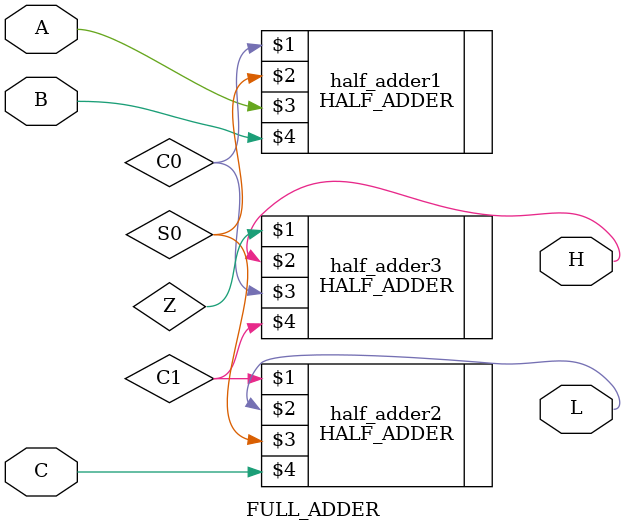
<source format=v>

`timescale 1ns/1ps
`include "../HALF_ADDER/HALF_ADDER.v"

module FULL_ADDER(

    output wire H, L,
    input wire A, B, C

    );

    wire S0, C0;
    wire C1;
    wire Z; //Discard Carry Wire

    HALF_ADDER half_adder1(C0, S0, A, B);
    
    HALF_ADDER half_adder2(C1, L, S0, C);

    HALF_ADDER half_adder3(Z, H, C0, C1);

endmodule
</source>
